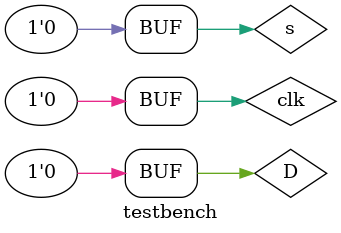
<source format=v>
`timescale 1ns / 1ps

module testbench(

    );
    reg clk,D,s;
    wire Qa,Qb,Qc,Qd;
    
    SR_latch SR (clk,s,Qd);
    D_latch Dla(D,clk,Qa);
    D_ff_up DFU(D,clk,Qb);
    D_ff_down DFD(D,clk,Qc);
    initial begin 
        clk=0;
        D=0;
        s=0;
    #40 D=1;
    #10 clk=1;
    #10 D=0;
    #10 D=1;
    #5 s=1;
    #10 D=0;
    #15 clk=0;
    #10 D=1;
    #15 D=0;s=0;
    #5  D=1;
    #10 D=0;
    #10 clk=1;
    #10 D=1;
    #5 D=0;
    #10 D=1;
    #10 s=1;
    #15 clk=0;
    #10 D=0;
    #30 s=0;
           
    end
    
endmodule

</source>
